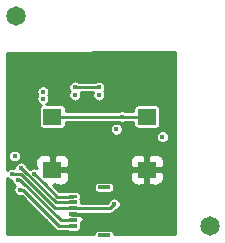
<source format=gbr>
G04 #@! TF.GenerationSoftware,KiCad,Pcbnew,(5.1.6)-1*
G04 #@! TF.CreationDate,2020-08-31T21:18:16+02:00*
G04 #@! TF.ProjectId,Freude_Microcontroller,46726575-6465-45f4-9d69-63726f636f6e,rev?*
G04 #@! TF.SameCoordinates,Original*
G04 #@! TF.FileFunction,Copper,L4,Bot*
G04 #@! TF.FilePolarity,Positive*
%FSLAX46Y46*%
G04 Gerber Fmt 4.6, Leading zero omitted, Abs format (unit mm)*
G04 Created by KiCad (PCBNEW (5.1.6)-1) date 2020-08-31 21:18:16*
%MOMM*%
%LPD*%
G01*
G04 APERTURE LIST*
G04 #@! TA.AperFunction,ComponentPad*
%ADD10C,1.650000*%
G04 #@! TD*
G04 #@! TA.AperFunction,SMDPad,CuDef*
%ADD11R,0.700000X0.300000*%
G04 #@! TD*
G04 #@! TA.AperFunction,SMDPad,CuDef*
%ADD12R,1.000000X0.300000*%
G04 #@! TD*
G04 #@! TA.AperFunction,SMDPad,CuDef*
%ADD13R,1.600000X1.400000*%
G04 #@! TD*
G04 #@! TA.AperFunction,ViaPad*
%ADD14C,0.450000*%
G04 #@! TD*
G04 #@! TA.AperFunction,Conductor*
%ADD15C,0.250000*%
G04 #@! TD*
G04 #@! TA.AperFunction,Conductor*
%ADD16C,0.254000*%
G04 #@! TD*
G04 APERTURE END LIST*
D10*
X193675000Y-69025000D03*
X210075000Y-86825000D03*
G04 #@! TA.AperFunction,SMDPad,CuDef*
G36*
G01*
X198175000Y-84200000D02*
X198725000Y-84200000D01*
G75*
G02*
X198800000Y-84275000I0J-75000D01*
G01*
X198800000Y-84425000D01*
G75*
G02*
X198725000Y-84500000I-75000J0D01*
G01*
X198175000Y-84500000D01*
G75*
G02*
X198100000Y-84425000I0J75000D01*
G01*
X198100000Y-84275000D01*
G75*
G02*
X198175000Y-84200000I75000J0D01*
G01*
G37*
G04 #@! TD.AperFunction*
D11*
X198450000Y-84850000D03*
X198450000Y-85350000D03*
X198450000Y-85850000D03*
D12*
X201100000Y-83560000D03*
X201100000Y-87640000D03*
D11*
X198450000Y-86350000D03*
X198450000Y-86850000D03*
D13*
X204725000Y-77575000D03*
X196725000Y-77575000D03*
X204725000Y-82075000D03*
X196725000Y-82075000D03*
D14*
X199600000Y-81950000D03*
X200175000Y-87350000D03*
X198100000Y-81950000D03*
X196050000Y-80025000D03*
X200800000Y-78200000D03*
X206925000Y-79400000D03*
X198655000Y-73520000D03*
X198070000Y-73515000D03*
X196220000Y-86400000D03*
X202895000Y-81105000D03*
X202150000Y-78650000D03*
X202650000Y-77575000D03*
X194075004Y-81925000D03*
X195200000Y-82425000D03*
X193831361Y-82944696D03*
X193975000Y-83775000D03*
X198630000Y-75070000D03*
X193525000Y-80925000D03*
X206050000Y-79275000D03*
X195930000Y-75465000D03*
X195930000Y-76065000D03*
X201975000Y-84975000D03*
X200675000Y-75075000D03*
X198625000Y-75750000D03*
X200675000Y-75750000D03*
X193325001Y-82449999D03*
D15*
X199800000Y-82025000D02*
X199750000Y-81975000D01*
X203200000Y-82075000D02*
X204725000Y-82075000D01*
X196725000Y-82075000D02*
X203200000Y-82075000D01*
X200175000Y-86975000D02*
X200175000Y-87350000D01*
X199050000Y-85850000D02*
X200175000Y-86975000D01*
X198450000Y-85850000D02*
X199050000Y-85850000D01*
X196220000Y-86400000D02*
X197180000Y-87360000D01*
X200165000Y-87360000D02*
X200175000Y-87350000D01*
X197180000Y-87360000D02*
X200165000Y-87360000D01*
X196725000Y-77575000D02*
X202650000Y-77575000D01*
X202650000Y-77575000D02*
X204725000Y-77575000D01*
X194275003Y-82125003D02*
X194275003Y-82124999D01*
X194275003Y-82124999D02*
X194075004Y-81925000D01*
X198450000Y-84850000D02*
X197000000Y-84850000D01*
X197000000Y-84850000D02*
X194275003Y-82125003D01*
X196100000Y-83325000D02*
X195200000Y-82425000D01*
X198450000Y-84350000D02*
X197125000Y-84350000D01*
X197125000Y-84350000D02*
X196100000Y-83325000D01*
X194014696Y-82944696D02*
X193831361Y-82944696D01*
X197420000Y-86350000D02*
X194014696Y-82944696D01*
X198450000Y-86350000D02*
X197420000Y-86350000D01*
X198450000Y-86850000D02*
X197300000Y-86850000D01*
X194225000Y-83775000D02*
X193975000Y-83775000D01*
X197300000Y-86850000D02*
X194225000Y-83775000D01*
X198450000Y-85350000D02*
X201600000Y-85350000D01*
X201600000Y-85350000D02*
X201975000Y-84975000D01*
X200670000Y-75070000D02*
X200675000Y-75075000D01*
X198630000Y-75070000D02*
X200670000Y-75070000D01*
X198450000Y-85350000D02*
X196975000Y-85350000D01*
X194074999Y-82449999D02*
X193325001Y-82449999D01*
X196975000Y-85350000D02*
X194074999Y-82449999D01*
D16*
G36*
X207073000Y-84905253D02*
G01*
X207071055Y-84925000D01*
X207078817Y-85003806D01*
X207101803Y-85079583D01*
X207114933Y-85104148D01*
X207122595Y-87498482D01*
X201928582Y-87518149D01*
X201928582Y-87490000D01*
X201922268Y-87425897D01*
X201903570Y-87364257D01*
X201873206Y-87307450D01*
X201832343Y-87257657D01*
X201782550Y-87216794D01*
X201725743Y-87186430D01*
X201664103Y-87167732D01*
X201600000Y-87161418D01*
X200600000Y-87161418D01*
X200535897Y-87167732D01*
X200474257Y-87186430D01*
X200417450Y-87216794D01*
X200367657Y-87257657D01*
X200326794Y-87307450D01*
X200296430Y-87364257D01*
X200277732Y-87425897D01*
X200271418Y-87490000D01*
X200271418Y-87524423D01*
X192877000Y-87552422D01*
X192877000Y-82773092D01*
X192896235Y-82801879D01*
X192973121Y-82878765D01*
X193063531Y-82939175D01*
X193163989Y-82980786D01*
X193270634Y-83001999D01*
X193279945Y-83001999D01*
X193300574Y-83105708D01*
X193342185Y-83206166D01*
X193402595Y-83296576D01*
X193479481Y-83373462D01*
X193549264Y-83420090D01*
X193546234Y-83423120D01*
X193485824Y-83513530D01*
X193444213Y-83613988D01*
X193423000Y-83720633D01*
X193423000Y-83829367D01*
X193444213Y-83936012D01*
X193485824Y-84036470D01*
X193546234Y-84126880D01*
X193623120Y-84203766D01*
X193713530Y-84264176D01*
X193813988Y-84305787D01*
X193920633Y-84327000D01*
X194029367Y-84327000D01*
X194119791Y-84309014D01*
X196964681Y-87153905D01*
X196978841Y-87171159D01*
X197047667Y-87227643D01*
X197103820Y-87257657D01*
X197126190Y-87269614D01*
X197211392Y-87295460D01*
X197300000Y-87304187D01*
X197322205Y-87302000D01*
X197971320Y-87302000D01*
X197974257Y-87303570D01*
X198035897Y-87322268D01*
X198100000Y-87328582D01*
X198800000Y-87328582D01*
X198864103Y-87322268D01*
X198925743Y-87303570D01*
X198982550Y-87273206D01*
X199032343Y-87232343D01*
X199073206Y-87182550D01*
X199103570Y-87125743D01*
X199122268Y-87064103D01*
X199128582Y-87000000D01*
X199128582Y-86700000D01*
X199122268Y-86635897D01*
X199111379Y-86600000D01*
X199122268Y-86564103D01*
X199123869Y-86547849D01*
X199141780Y-86538816D01*
X199240330Y-86461785D01*
X199321959Y-86367008D01*
X199383529Y-86258127D01*
X199422675Y-86139326D01*
X199435000Y-86031750D01*
X199276250Y-85873000D01*
X198816061Y-85873000D01*
X198800000Y-85871418D01*
X198303000Y-85871418D01*
X198303000Y-85828582D01*
X198800000Y-85828582D01*
X198816061Y-85827000D01*
X199276250Y-85827000D01*
X199301250Y-85802000D01*
X201577795Y-85802000D01*
X201600000Y-85804187D01*
X201622205Y-85802000D01*
X201688607Y-85795460D01*
X201773810Y-85769614D01*
X201852333Y-85727643D01*
X201921159Y-85671159D01*
X201935323Y-85653900D01*
X202070382Y-85518842D01*
X202136012Y-85505787D01*
X202236470Y-85464176D01*
X202326880Y-85403766D01*
X202403766Y-85326880D01*
X202464176Y-85236470D01*
X202505787Y-85136012D01*
X202527000Y-85029367D01*
X202527000Y-84920633D01*
X202505787Y-84813988D01*
X202464176Y-84713530D01*
X202403766Y-84623120D01*
X202326880Y-84546234D01*
X202236470Y-84485824D01*
X202136012Y-84444213D01*
X202029367Y-84423000D01*
X201920633Y-84423000D01*
X201813988Y-84444213D01*
X201713530Y-84485824D01*
X201623120Y-84546234D01*
X201546234Y-84623120D01*
X201485824Y-84713530D01*
X201444213Y-84813988D01*
X201431158Y-84879618D01*
X201412776Y-84898000D01*
X199128582Y-84898000D01*
X199128582Y-84700000D01*
X199122268Y-84635897D01*
X199103570Y-84574257D01*
X199100932Y-84569321D01*
X199120827Y-84503735D01*
X199128582Y-84425000D01*
X199128582Y-84275000D01*
X199120827Y-84196265D01*
X199097861Y-84120556D01*
X199060566Y-84050782D01*
X199010376Y-83989624D01*
X198949218Y-83939434D01*
X198879444Y-83902139D01*
X198803735Y-83879173D01*
X198725000Y-83871418D01*
X198175000Y-83871418D01*
X198096265Y-83879173D01*
X198034200Y-83898000D01*
X197312224Y-83898000D01*
X196824223Y-83410000D01*
X196852002Y-83410000D01*
X196852002Y-83251252D01*
X197010750Y-83410000D01*
X197525000Y-83413072D01*
X197556191Y-83410000D01*
X200271418Y-83410000D01*
X200271418Y-83710000D01*
X200277732Y-83774103D01*
X200296430Y-83835743D01*
X200326794Y-83892550D01*
X200367657Y-83942343D01*
X200417450Y-83983206D01*
X200474257Y-84013570D01*
X200535897Y-84032268D01*
X200600000Y-84038582D01*
X201600000Y-84038582D01*
X201664103Y-84032268D01*
X201725743Y-84013570D01*
X201782550Y-83983206D01*
X201832343Y-83942343D01*
X201873206Y-83892550D01*
X201903570Y-83835743D01*
X201922268Y-83774103D01*
X201928582Y-83710000D01*
X201928582Y-83410000D01*
X201922268Y-83345897D01*
X201903570Y-83284257D01*
X201873206Y-83227450D01*
X201832343Y-83177657D01*
X201782550Y-83136794D01*
X201725743Y-83106430D01*
X201664103Y-83087732D01*
X201600000Y-83081418D01*
X200600000Y-83081418D01*
X200535897Y-83087732D01*
X200474257Y-83106430D01*
X200417450Y-83136794D01*
X200367657Y-83177657D01*
X200326794Y-83227450D01*
X200296430Y-83284257D01*
X200277732Y-83345897D01*
X200271418Y-83410000D01*
X197556191Y-83410000D01*
X197649482Y-83400812D01*
X197769180Y-83364502D01*
X197879494Y-83305537D01*
X197976185Y-83226185D01*
X198055537Y-83129494D01*
X198114502Y-83019180D01*
X198150812Y-82899482D01*
X198163072Y-82775000D01*
X203286928Y-82775000D01*
X203299188Y-82899482D01*
X203335498Y-83019180D01*
X203394463Y-83129494D01*
X203473815Y-83226185D01*
X203570506Y-83305537D01*
X203680820Y-83364502D01*
X203800518Y-83400812D01*
X203925000Y-83413072D01*
X204439250Y-83410000D01*
X204598000Y-83251250D01*
X204598000Y-82202000D01*
X204852000Y-82202000D01*
X204852000Y-83251250D01*
X205010750Y-83410000D01*
X205525000Y-83413072D01*
X205649482Y-83400812D01*
X205769180Y-83364502D01*
X205879494Y-83305537D01*
X205976185Y-83226185D01*
X206055537Y-83129494D01*
X206114502Y-83019180D01*
X206150812Y-82899482D01*
X206163072Y-82775000D01*
X206160000Y-82360750D01*
X206001250Y-82202000D01*
X204852000Y-82202000D01*
X204598000Y-82202000D01*
X203448750Y-82202000D01*
X203290000Y-82360750D01*
X203286928Y-82775000D01*
X198163072Y-82775000D01*
X198160000Y-82360750D01*
X198001250Y-82202000D01*
X196852000Y-82202000D01*
X196852000Y-82222000D01*
X196598000Y-82222000D01*
X196598000Y-82202000D01*
X196578000Y-82202000D01*
X196578000Y-81948000D01*
X196598000Y-81948000D01*
X196598000Y-80898750D01*
X196852000Y-80898750D01*
X196852000Y-81948000D01*
X198001250Y-81948000D01*
X198160000Y-81789250D01*
X198163072Y-81375000D01*
X203286928Y-81375000D01*
X203290000Y-81789250D01*
X203448750Y-81948000D01*
X204598000Y-81948000D01*
X204598000Y-80898750D01*
X204852000Y-80898750D01*
X204852000Y-81948000D01*
X206001250Y-81948000D01*
X206160000Y-81789250D01*
X206163072Y-81375000D01*
X206150812Y-81250518D01*
X206114502Y-81130820D01*
X206055537Y-81020506D01*
X205976185Y-80923815D01*
X205879494Y-80844463D01*
X205769180Y-80785498D01*
X205649482Y-80749188D01*
X205525000Y-80736928D01*
X205010750Y-80740000D01*
X204852000Y-80898750D01*
X204598000Y-80898750D01*
X204439250Y-80740000D01*
X203925000Y-80736928D01*
X203800518Y-80749188D01*
X203680820Y-80785498D01*
X203570506Y-80844463D01*
X203473815Y-80923815D01*
X203394463Y-81020506D01*
X203335498Y-81130820D01*
X203299188Y-81250518D01*
X203286928Y-81375000D01*
X198163072Y-81375000D01*
X198150812Y-81250518D01*
X198114502Y-81130820D01*
X198055537Y-81020506D01*
X197976185Y-80923815D01*
X197879494Y-80844463D01*
X197769180Y-80785498D01*
X197649482Y-80749188D01*
X197525000Y-80736928D01*
X197010750Y-80740000D01*
X196852000Y-80898750D01*
X196598000Y-80898750D01*
X196439250Y-80740000D01*
X195925000Y-80736928D01*
X195800518Y-80749188D01*
X195680820Y-80785498D01*
X195570506Y-80844463D01*
X195473815Y-80923815D01*
X195394463Y-81020506D01*
X195335498Y-81130820D01*
X195299188Y-81250518D01*
X195286928Y-81375000D01*
X195290000Y-81789250D01*
X195418970Y-81918220D01*
X195361012Y-81894213D01*
X195254367Y-81873000D01*
X195145633Y-81873000D01*
X195038988Y-81894213D01*
X194938530Y-81935824D01*
X194848120Y-81996234D01*
X194816789Y-82027565D01*
X194618847Y-81829624D01*
X194605791Y-81763988D01*
X194564180Y-81663530D01*
X194503770Y-81573120D01*
X194426884Y-81496234D01*
X194336474Y-81435824D01*
X194236016Y-81394213D01*
X194129371Y-81373000D01*
X194020637Y-81373000D01*
X193913992Y-81394213D01*
X193813534Y-81435824D01*
X193723124Y-81496234D01*
X193646238Y-81573120D01*
X193585828Y-81663530D01*
X193544217Y-81763988D01*
X193523004Y-81870633D01*
X193523004Y-81934534D01*
X193486013Y-81919212D01*
X193379368Y-81897999D01*
X193270634Y-81897999D01*
X193163989Y-81919212D01*
X193063531Y-81960823D01*
X192973121Y-82021233D01*
X192896235Y-82098119D01*
X192877000Y-82126906D01*
X192877000Y-80870633D01*
X192973000Y-80870633D01*
X192973000Y-80979367D01*
X192994213Y-81086012D01*
X193035824Y-81186470D01*
X193096234Y-81276880D01*
X193173120Y-81353766D01*
X193263530Y-81414176D01*
X193363988Y-81455787D01*
X193470633Y-81477000D01*
X193579367Y-81477000D01*
X193686012Y-81455787D01*
X193786470Y-81414176D01*
X193876880Y-81353766D01*
X193953766Y-81276880D01*
X194014176Y-81186470D01*
X194055787Y-81086012D01*
X194077000Y-80979367D01*
X194077000Y-80870633D01*
X194055787Y-80763988D01*
X194014176Y-80663530D01*
X193953766Y-80573120D01*
X193876880Y-80496234D01*
X193786470Y-80435824D01*
X193686012Y-80394213D01*
X193579367Y-80373000D01*
X193470633Y-80373000D01*
X193363988Y-80394213D01*
X193263530Y-80435824D01*
X193173120Y-80496234D01*
X193096234Y-80573120D01*
X193035824Y-80663530D01*
X192994213Y-80763988D01*
X192973000Y-80870633D01*
X192877000Y-80870633D01*
X192877000Y-79220633D01*
X205498000Y-79220633D01*
X205498000Y-79329367D01*
X205519213Y-79436012D01*
X205560824Y-79536470D01*
X205621234Y-79626880D01*
X205698120Y-79703766D01*
X205788530Y-79764176D01*
X205888988Y-79805787D01*
X205995633Y-79827000D01*
X206104367Y-79827000D01*
X206211012Y-79805787D01*
X206311470Y-79764176D01*
X206401880Y-79703766D01*
X206478766Y-79626880D01*
X206539176Y-79536470D01*
X206580787Y-79436012D01*
X206602000Y-79329367D01*
X206602000Y-79220633D01*
X206580787Y-79113988D01*
X206539176Y-79013530D01*
X206478766Y-78923120D01*
X206401880Y-78846234D01*
X206311470Y-78785824D01*
X206211012Y-78744213D01*
X206104367Y-78723000D01*
X205995633Y-78723000D01*
X205888988Y-78744213D01*
X205788530Y-78785824D01*
X205698120Y-78846234D01*
X205621234Y-78923120D01*
X205560824Y-79013530D01*
X205519213Y-79113988D01*
X205498000Y-79220633D01*
X192877000Y-79220633D01*
X192877000Y-75410633D01*
X195378000Y-75410633D01*
X195378000Y-75519367D01*
X195399213Y-75626012D01*
X195440824Y-75726470D01*
X195466569Y-75765000D01*
X195440824Y-75803530D01*
X195399213Y-75903988D01*
X195378000Y-76010633D01*
X195378000Y-76119367D01*
X195399213Y-76226012D01*
X195440824Y-76326470D01*
X195501234Y-76416880D01*
X195578120Y-76493766D01*
X195668530Y-76554176D01*
X195760368Y-76592217D01*
X195742450Y-76601794D01*
X195692657Y-76642657D01*
X195651794Y-76692450D01*
X195621430Y-76749257D01*
X195602732Y-76810897D01*
X195596418Y-76875000D01*
X195596418Y-78275000D01*
X195602732Y-78339103D01*
X195621430Y-78400743D01*
X195651794Y-78457550D01*
X195692657Y-78507343D01*
X195742450Y-78548206D01*
X195799257Y-78578570D01*
X195860897Y-78597268D01*
X195925000Y-78603582D01*
X197525000Y-78603582D01*
X197589103Y-78597268D01*
X197594492Y-78595633D01*
X201598000Y-78595633D01*
X201598000Y-78704367D01*
X201619213Y-78811012D01*
X201660824Y-78911470D01*
X201721234Y-79001880D01*
X201798120Y-79078766D01*
X201888530Y-79139176D01*
X201988988Y-79180787D01*
X202095633Y-79202000D01*
X202204367Y-79202000D01*
X202311012Y-79180787D01*
X202411470Y-79139176D01*
X202501880Y-79078766D01*
X202578766Y-79001880D01*
X202639176Y-78911470D01*
X202680787Y-78811012D01*
X202702000Y-78704367D01*
X202702000Y-78595633D01*
X202680787Y-78488988D01*
X202639176Y-78388530D01*
X202578766Y-78298120D01*
X202501880Y-78221234D01*
X202411470Y-78160824D01*
X202311012Y-78119213D01*
X202204367Y-78098000D01*
X202095633Y-78098000D01*
X201988988Y-78119213D01*
X201888530Y-78160824D01*
X201798120Y-78221234D01*
X201721234Y-78298120D01*
X201660824Y-78388530D01*
X201619213Y-78488988D01*
X201598000Y-78595633D01*
X197594492Y-78595633D01*
X197650743Y-78578570D01*
X197707550Y-78548206D01*
X197757343Y-78507343D01*
X197798206Y-78457550D01*
X197828570Y-78400743D01*
X197847268Y-78339103D01*
X197853582Y-78275000D01*
X197853582Y-78027000D01*
X202332892Y-78027000D01*
X202388530Y-78064176D01*
X202488988Y-78105787D01*
X202595633Y-78127000D01*
X202704367Y-78127000D01*
X202811012Y-78105787D01*
X202911470Y-78064176D01*
X202967108Y-78027000D01*
X203596418Y-78027000D01*
X203596418Y-78275000D01*
X203602732Y-78339103D01*
X203621430Y-78400743D01*
X203651794Y-78457550D01*
X203692657Y-78507343D01*
X203742450Y-78548206D01*
X203799257Y-78578570D01*
X203860897Y-78597268D01*
X203925000Y-78603582D01*
X205525000Y-78603582D01*
X205589103Y-78597268D01*
X205650743Y-78578570D01*
X205707550Y-78548206D01*
X205757343Y-78507343D01*
X205798206Y-78457550D01*
X205828570Y-78400743D01*
X205847268Y-78339103D01*
X205853582Y-78275000D01*
X205853582Y-76875000D01*
X205847268Y-76810897D01*
X205828570Y-76749257D01*
X205798206Y-76692450D01*
X205757343Y-76642657D01*
X205707550Y-76601794D01*
X205650743Y-76571430D01*
X205589103Y-76552732D01*
X205525000Y-76546418D01*
X203925000Y-76546418D01*
X203860897Y-76552732D01*
X203799257Y-76571430D01*
X203742450Y-76601794D01*
X203692657Y-76642657D01*
X203651794Y-76692450D01*
X203621430Y-76749257D01*
X203602732Y-76810897D01*
X203596418Y-76875000D01*
X203596418Y-77123000D01*
X202967108Y-77123000D01*
X202911470Y-77085824D01*
X202811012Y-77044213D01*
X202704367Y-77023000D01*
X202595633Y-77023000D01*
X202488988Y-77044213D01*
X202388530Y-77085824D01*
X202332892Y-77123000D01*
X197853582Y-77123000D01*
X197853582Y-76875000D01*
X197847268Y-76810897D01*
X197828570Y-76749257D01*
X197798206Y-76692450D01*
X197757343Y-76642657D01*
X197707550Y-76601794D01*
X197650743Y-76571430D01*
X197589103Y-76552732D01*
X197525000Y-76546418D01*
X196203081Y-76546418D01*
X196281880Y-76493766D01*
X196358766Y-76416880D01*
X196419176Y-76326470D01*
X196460787Y-76226012D01*
X196482000Y-76119367D01*
X196482000Y-76010633D01*
X196460787Y-75903988D01*
X196419176Y-75803530D01*
X196393431Y-75765000D01*
X196419176Y-75726470D01*
X196431949Y-75695633D01*
X198073000Y-75695633D01*
X198073000Y-75804367D01*
X198094213Y-75911012D01*
X198135824Y-76011470D01*
X198196234Y-76101880D01*
X198273120Y-76178766D01*
X198363530Y-76239176D01*
X198463988Y-76280787D01*
X198570633Y-76302000D01*
X198679367Y-76302000D01*
X198786012Y-76280787D01*
X198886470Y-76239176D01*
X198976880Y-76178766D01*
X199053766Y-76101880D01*
X199114176Y-76011470D01*
X199155787Y-75911012D01*
X199177000Y-75804367D01*
X199177000Y-75695633D01*
X199155787Y-75588988D01*
X199128040Y-75522000D01*
X200171960Y-75522000D01*
X200144213Y-75588988D01*
X200123000Y-75695633D01*
X200123000Y-75804367D01*
X200144213Y-75911012D01*
X200185824Y-76011470D01*
X200246234Y-76101880D01*
X200323120Y-76178766D01*
X200413530Y-76239176D01*
X200513988Y-76280787D01*
X200620633Y-76302000D01*
X200729367Y-76302000D01*
X200836012Y-76280787D01*
X200936470Y-76239176D01*
X201026880Y-76178766D01*
X201103766Y-76101880D01*
X201164176Y-76011470D01*
X201205787Y-75911012D01*
X201227000Y-75804367D01*
X201227000Y-75695633D01*
X201205787Y-75588988D01*
X201164176Y-75488530D01*
X201113374Y-75412500D01*
X201164176Y-75336470D01*
X201205787Y-75236012D01*
X201227000Y-75129367D01*
X201227000Y-75020633D01*
X201205787Y-74913988D01*
X201164176Y-74813530D01*
X201103766Y-74723120D01*
X201026880Y-74646234D01*
X200936470Y-74585824D01*
X200836012Y-74544213D01*
X200729367Y-74523000D01*
X200620633Y-74523000D01*
X200513988Y-74544213D01*
X200413530Y-74585824D01*
X200365375Y-74618000D01*
X198947108Y-74618000D01*
X198891470Y-74580824D01*
X198791012Y-74539213D01*
X198684367Y-74518000D01*
X198575633Y-74518000D01*
X198468988Y-74539213D01*
X198368530Y-74580824D01*
X198278120Y-74641234D01*
X198201234Y-74718120D01*
X198140824Y-74808530D01*
X198099213Y-74908988D01*
X198078000Y-75015633D01*
X198078000Y-75124367D01*
X198099213Y-75231012D01*
X198140824Y-75331470D01*
X198190796Y-75406258D01*
X198135824Y-75488530D01*
X198094213Y-75588988D01*
X198073000Y-75695633D01*
X196431949Y-75695633D01*
X196460787Y-75626012D01*
X196482000Y-75519367D01*
X196482000Y-75410633D01*
X196460787Y-75303988D01*
X196419176Y-75203530D01*
X196358766Y-75113120D01*
X196281880Y-75036234D01*
X196191470Y-74975824D01*
X196091012Y-74934213D01*
X195984367Y-74913000D01*
X195875633Y-74913000D01*
X195768988Y-74934213D01*
X195668530Y-74975824D01*
X195578120Y-75036234D01*
X195501234Y-75113120D01*
X195440824Y-75203530D01*
X195399213Y-75303988D01*
X195378000Y-75410633D01*
X192877000Y-75410633D01*
X192877000Y-72151695D01*
X207073001Y-72127220D01*
X207073000Y-84905253D01*
G37*
X207073000Y-84905253D02*
X207071055Y-84925000D01*
X207078817Y-85003806D01*
X207101803Y-85079583D01*
X207114933Y-85104148D01*
X207122595Y-87498482D01*
X201928582Y-87518149D01*
X201928582Y-87490000D01*
X201922268Y-87425897D01*
X201903570Y-87364257D01*
X201873206Y-87307450D01*
X201832343Y-87257657D01*
X201782550Y-87216794D01*
X201725743Y-87186430D01*
X201664103Y-87167732D01*
X201600000Y-87161418D01*
X200600000Y-87161418D01*
X200535897Y-87167732D01*
X200474257Y-87186430D01*
X200417450Y-87216794D01*
X200367657Y-87257657D01*
X200326794Y-87307450D01*
X200296430Y-87364257D01*
X200277732Y-87425897D01*
X200271418Y-87490000D01*
X200271418Y-87524423D01*
X192877000Y-87552422D01*
X192877000Y-82773092D01*
X192896235Y-82801879D01*
X192973121Y-82878765D01*
X193063531Y-82939175D01*
X193163989Y-82980786D01*
X193270634Y-83001999D01*
X193279945Y-83001999D01*
X193300574Y-83105708D01*
X193342185Y-83206166D01*
X193402595Y-83296576D01*
X193479481Y-83373462D01*
X193549264Y-83420090D01*
X193546234Y-83423120D01*
X193485824Y-83513530D01*
X193444213Y-83613988D01*
X193423000Y-83720633D01*
X193423000Y-83829367D01*
X193444213Y-83936012D01*
X193485824Y-84036470D01*
X193546234Y-84126880D01*
X193623120Y-84203766D01*
X193713530Y-84264176D01*
X193813988Y-84305787D01*
X193920633Y-84327000D01*
X194029367Y-84327000D01*
X194119791Y-84309014D01*
X196964681Y-87153905D01*
X196978841Y-87171159D01*
X197047667Y-87227643D01*
X197103820Y-87257657D01*
X197126190Y-87269614D01*
X197211392Y-87295460D01*
X197300000Y-87304187D01*
X197322205Y-87302000D01*
X197971320Y-87302000D01*
X197974257Y-87303570D01*
X198035897Y-87322268D01*
X198100000Y-87328582D01*
X198800000Y-87328582D01*
X198864103Y-87322268D01*
X198925743Y-87303570D01*
X198982550Y-87273206D01*
X199032343Y-87232343D01*
X199073206Y-87182550D01*
X199103570Y-87125743D01*
X199122268Y-87064103D01*
X199128582Y-87000000D01*
X199128582Y-86700000D01*
X199122268Y-86635897D01*
X199111379Y-86600000D01*
X199122268Y-86564103D01*
X199123869Y-86547849D01*
X199141780Y-86538816D01*
X199240330Y-86461785D01*
X199321959Y-86367008D01*
X199383529Y-86258127D01*
X199422675Y-86139326D01*
X199435000Y-86031750D01*
X199276250Y-85873000D01*
X198816061Y-85873000D01*
X198800000Y-85871418D01*
X198303000Y-85871418D01*
X198303000Y-85828582D01*
X198800000Y-85828582D01*
X198816061Y-85827000D01*
X199276250Y-85827000D01*
X199301250Y-85802000D01*
X201577795Y-85802000D01*
X201600000Y-85804187D01*
X201622205Y-85802000D01*
X201688607Y-85795460D01*
X201773810Y-85769614D01*
X201852333Y-85727643D01*
X201921159Y-85671159D01*
X201935323Y-85653900D01*
X202070382Y-85518842D01*
X202136012Y-85505787D01*
X202236470Y-85464176D01*
X202326880Y-85403766D01*
X202403766Y-85326880D01*
X202464176Y-85236470D01*
X202505787Y-85136012D01*
X202527000Y-85029367D01*
X202527000Y-84920633D01*
X202505787Y-84813988D01*
X202464176Y-84713530D01*
X202403766Y-84623120D01*
X202326880Y-84546234D01*
X202236470Y-84485824D01*
X202136012Y-84444213D01*
X202029367Y-84423000D01*
X201920633Y-84423000D01*
X201813988Y-84444213D01*
X201713530Y-84485824D01*
X201623120Y-84546234D01*
X201546234Y-84623120D01*
X201485824Y-84713530D01*
X201444213Y-84813988D01*
X201431158Y-84879618D01*
X201412776Y-84898000D01*
X199128582Y-84898000D01*
X199128582Y-84700000D01*
X199122268Y-84635897D01*
X199103570Y-84574257D01*
X199100932Y-84569321D01*
X199120827Y-84503735D01*
X199128582Y-84425000D01*
X199128582Y-84275000D01*
X199120827Y-84196265D01*
X199097861Y-84120556D01*
X199060566Y-84050782D01*
X199010376Y-83989624D01*
X198949218Y-83939434D01*
X198879444Y-83902139D01*
X198803735Y-83879173D01*
X198725000Y-83871418D01*
X198175000Y-83871418D01*
X198096265Y-83879173D01*
X198034200Y-83898000D01*
X197312224Y-83898000D01*
X196824223Y-83410000D01*
X196852002Y-83410000D01*
X196852002Y-83251252D01*
X197010750Y-83410000D01*
X197525000Y-83413072D01*
X197556191Y-83410000D01*
X200271418Y-83410000D01*
X200271418Y-83710000D01*
X200277732Y-83774103D01*
X200296430Y-83835743D01*
X200326794Y-83892550D01*
X200367657Y-83942343D01*
X200417450Y-83983206D01*
X200474257Y-84013570D01*
X200535897Y-84032268D01*
X200600000Y-84038582D01*
X201600000Y-84038582D01*
X201664103Y-84032268D01*
X201725743Y-84013570D01*
X201782550Y-83983206D01*
X201832343Y-83942343D01*
X201873206Y-83892550D01*
X201903570Y-83835743D01*
X201922268Y-83774103D01*
X201928582Y-83710000D01*
X201928582Y-83410000D01*
X201922268Y-83345897D01*
X201903570Y-83284257D01*
X201873206Y-83227450D01*
X201832343Y-83177657D01*
X201782550Y-83136794D01*
X201725743Y-83106430D01*
X201664103Y-83087732D01*
X201600000Y-83081418D01*
X200600000Y-83081418D01*
X200535897Y-83087732D01*
X200474257Y-83106430D01*
X200417450Y-83136794D01*
X200367657Y-83177657D01*
X200326794Y-83227450D01*
X200296430Y-83284257D01*
X200277732Y-83345897D01*
X200271418Y-83410000D01*
X197556191Y-83410000D01*
X197649482Y-83400812D01*
X197769180Y-83364502D01*
X197879494Y-83305537D01*
X197976185Y-83226185D01*
X198055537Y-83129494D01*
X198114502Y-83019180D01*
X198150812Y-82899482D01*
X198163072Y-82775000D01*
X203286928Y-82775000D01*
X203299188Y-82899482D01*
X203335498Y-83019180D01*
X203394463Y-83129494D01*
X203473815Y-83226185D01*
X203570506Y-83305537D01*
X203680820Y-83364502D01*
X203800518Y-83400812D01*
X203925000Y-83413072D01*
X204439250Y-83410000D01*
X204598000Y-83251250D01*
X204598000Y-82202000D01*
X204852000Y-82202000D01*
X204852000Y-83251250D01*
X205010750Y-83410000D01*
X205525000Y-83413072D01*
X205649482Y-83400812D01*
X205769180Y-83364502D01*
X205879494Y-83305537D01*
X205976185Y-83226185D01*
X206055537Y-83129494D01*
X206114502Y-83019180D01*
X206150812Y-82899482D01*
X206163072Y-82775000D01*
X206160000Y-82360750D01*
X206001250Y-82202000D01*
X204852000Y-82202000D01*
X204598000Y-82202000D01*
X203448750Y-82202000D01*
X203290000Y-82360750D01*
X203286928Y-82775000D01*
X198163072Y-82775000D01*
X198160000Y-82360750D01*
X198001250Y-82202000D01*
X196852000Y-82202000D01*
X196852000Y-82222000D01*
X196598000Y-82222000D01*
X196598000Y-82202000D01*
X196578000Y-82202000D01*
X196578000Y-81948000D01*
X196598000Y-81948000D01*
X196598000Y-80898750D01*
X196852000Y-80898750D01*
X196852000Y-81948000D01*
X198001250Y-81948000D01*
X198160000Y-81789250D01*
X198163072Y-81375000D01*
X203286928Y-81375000D01*
X203290000Y-81789250D01*
X203448750Y-81948000D01*
X204598000Y-81948000D01*
X204598000Y-80898750D01*
X204852000Y-80898750D01*
X204852000Y-81948000D01*
X206001250Y-81948000D01*
X206160000Y-81789250D01*
X206163072Y-81375000D01*
X206150812Y-81250518D01*
X206114502Y-81130820D01*
X206055537Y-81020506D01*
X205976185Y-80923815D01*
X205879494Y-80844463D01*
X205769180Y-80785498D01*
X205649482Y-80749188D01*
X205525000Y-80736928D01*
X205010750Y-80740000D01*
X204852000Y-80898750D01*
X204598000Y-80898750D01*
X204439250Y-80740000D01*
X203925000Y-80736928D01*
X203800518Y-80749188D01*
X203680820Y-80785498D01*
X203570506Y-80844463D01*
X203473815Y-80923815D01*
X203394463Y-81020506D01*
X203335498Y-81130820D01*
X203299188Y-81250518D01*
X203286928Y-81375000D01*
X198163072Y-81375000D01*
X198150812Y-81250518D01*
X198114502Y-81130820D01*
X198055537Y-81020506D01*
X197976185Y-80923815D01*
X197879494Y-80844463D01*
X197769180Y-80785498D01*
X197649482Y-80749188D01*
X197525000Y-80736928D01*
X197010750Y-80740000D01*
X196852000Y-80898750D01*
X196598000Y-80898750D01*
X196439250Y-80740000D01*
X195925000Y-80736928D01*
X195800518Y-80749188D01*
X195680820Y-80785498D01*
X195570506Y-80844463D01*
X195473815Y-80923815D01*
X195394463Y-81020506D01*
X195335498Y-81130820D01*
X195299188Y-81250518D01*
X195286928Y-81375000D01*
X195290000Y-81789250D01*
X195418970Y-81918220D01*
X195361012Y-81894213D01*
X195254367Y-81873000D01*
X195145633Y-81873000D01*
X195038988Y-81894213D01*
X194938530Y-81935824D01*
X194848120Y-81996234D01*
X194816789Y-82027565D01*
X194618847Y-81829624D01*
X194605791Y-81763988D01*
X194564180Y-81663530D01*
X194503770Y-81573120D01*
X194426884Y-81496234D01*
X194336474Y-81435824D01*
X194236016Y-81394213D01*
X194129371Y-81373000D01*
X194020637Y-81373000D01*
X193913992Y-81394213D01*
X193813534Y-81435824D01*
X193723124Y-81496234D01*
X193646238Y-81573120D01*
X193585828Y-81663530D01*
X193544217Y-81763988D01*
X193523004Y-81870633D01*
X193523004Y-81934534D01*
X193486013Y-81919212D01*
X193379368Y-81897999D01*
X193270634Y-81897999D01*
X193163989Y-81919212D01*
X193063531Y-81960823D01*
X192973121Y-82021233D01*
X192896235Y-82098119D01*
X192877000Y-82126906D01*
X192877000Y-80870633D01*
X192973000Y-80870633D01*
X192973000Y-80979367D01*
X192994213Y-81086012D01*
X193035824Y-81186470D01*
X193096234Y-81276880D01*
X193173120Y-81353766D01*
X193263530Y-81414176D01*
X193363988Y-81455787D01*
X193470633Y-81477000D01*
X193579367Y-81477000D01*
X193686012Y-81455787D01*
X193786470Y-81414176D01*
X193876880Y-81353766D01*
X193953766Y-81276880D01*
X194014176Y-81186470D01*
X194055787Y-81086012D01*
X194077000Y-80979367D01*
X194077000Y-80870633D01*
X194055787Y-80763988D01*
X194014176Y-80663530D01*
X193953766Y-80573120D01*
X193876880Y-80496234D01*
X193786470Y-80435824D01*
X193686012Y-80394213D01*
X193579367Y-80373000D01*
X193470633Y-80373000D01*
X193363988Y-80394213D01*
X193263530Y-80435824D01*
X193173120Y-80496234D01*
X193096234Y-80573120D01*
X193035824Y-80663530D01*
X192994213Y-80763988D01*
X192973000Y-80870633D01*
X192877000Y-80870633D01*
X192877000Y-79220633D01*
X205498000Y-79220633D01*
X205498000Y-79329367D01*
X205519213Y-79436012D01*
X205560824Y-79536470D01*
X205621234Y-79626880D01*
X205698120Y-79703766D01*
X205788530Y-79764176D01*
X205888988Y-79805787D01*
X205995633Y-79827000D01*
X206104367Y-79827000D01*
X206211012Y-79805787D01*
X206311470Y-79764176D01*
X206401880Y-79703766D01*
X206478766Y-79626880D01*
X206539176Y-79536470D01*
X206580787Y-79436012D01*
X206602000Y-79329367D01*
X206602000Y-79220633D01*
X206580787Y-79113988D01*
X206539176Y-79013530D01*
X206478766Y-78923120D01*
X206401880Y-78846234D01*
X206311470Y-78785824D01*
X206211012Y-78744213D01*
X206104367Y-78723000D01*
X205995633Y-78723000D01*
X205888988Y-78744213D01*
X205788530Y-78785824D01*
X205698120Y-78846234D01*
X205621234Y-78923120D01*
X205560824Y-79013530D01*
X205519213Y-79113988D01*
X205498000Y-79220633D01*
X192877000Y-79220633D01*
X192877000Y-75410633D01*
X195378000Y-75410633D01*
X195378000Y-75519367D01*
X195399213Y-75626012D01*
X195440824Y-75726470D01*
X195466569Y-75765000D01*
X195440824Y-75803530D01*
X195399213Y-75903988D01*
X195378000Y-76010633D01*
X195378000Y-76119367D01*
X195399213Y-76226012D01*
X195440824Y-76326470D01*
X195501234Y-76416880D01*
X195578120Y-76493766D01*
X195668530Y-76554176D01*
X195760368Y-76592217D01*
X195742450Y-76601794D01*
X195692657Y-76642657D01*
X195651794Y-76692450D01*
X195621430Y-76749257D01*
X195602732Y-76810897D01*
X195596418Y-76875000D01*
X195596418Y-78275000D01*
X195602732Y-78339103D01*
X195621430Y-78400743D01*
X195651794Y-78457550D01*
X195692657Y-78507343D01*
X195742450Y-78548206D01*
X195799257Y-78578570D01*
X195860897Y-78597268D01*
X195925000Y-78603582D01*
X197525000Y-78603582D01*
X197589103Y-78597268D01*
X197594492Y-78595633D01*
X201598000Y-78595633D01*
X201598000Y-78704367D01*
X201619213Y-78811012D01*
X201660824Y-78911470D01*
X201721234Y-79001880D01*
X201798120Y-79078766D01*
X201888530Y-79139176D01*
X201988988Y-79180787D01*
X202095633Y-79202000D01*
X202204367Y-79202000D01*
X202311012Y-79180787D01*
X202411470Y-79139176D01*
X202501880Y-79078766D01*
X202578766Y-79001880D01*
X202639176Y-78911470D01*
X202680787Y-78811012D01*
X202702000Y-78704367D01*
X202702000Y-78595633D01*
X202680787Y-78488988D01*
X202639176Y-78388530D01*
X202578766Y-78298120D01*
X202501880Y-78221234D01*
X202411470Y-78160824D01*
X202311012Y-78119213D01*
X202204367Y-78098000D01*
X202095633Y-78098000D01*
X201988988Y-78119213D01*
X201888530Y-78160824D01*
X201798120Y-78221234D01*
X201721234Y-78298120D01*
X201660824Y-78388530D01*
X201619213Y-78488988D01*
X201598000Y-78595633D01*
X197594492Y-78595633D01*
X197650743Y-78578570D01*
X197707550Y-78548206D01*
X197757343Y-78507343D01*
X197798206Y-78457550D01*
X197828570Y-78400743D01*
X197847268Y-78339103D01*
X197853582Y-78275000D01*
X197853582Y-78027000D01*
X202332892Y-78027000D01*
X202388530Y-78064176D01*
X202488988Y-78105787D01*
X202595633Y-78127000D01*
X202704367Y-78127000D01*
X202811012Y-78105787D01*
X202911470Y-78064176D01*
X202967108Y-78027000D01*
X203596418Y-78027000D01*
X203596418Y-78275000D01*
X203602732Y-78339103D01*
X203621430Y-78400743D01*
X203651794Y-78457550D01*
X203692657Y-78507343D01*
X203742450Y-78548206D01*
X203799257Y-78578570D01*
X203860897Y-78597268D01*
X203925000Y-78603582D01*
X205525000Y-78603582D01*
X205589103Y-78597268D01*
X205650743Y-78578570D01*
X205707550Y-78548206D01*
X205757343Y-78507343D01*
X205798206Y-78457550D01*
X205828570Y-78400743D01*
X205847268Y-78339103D01*
X205853582Y-78275000D01*
X205853582Y-76875000D01*
X205847268Y-76810897D01*
X205828570Y-76749257D01*
X205798206Y-76692450D01*
X205757343Y-76642657D01*
X205707550Y-76601794D01*
X205650743Y-76571430D01*
X205589103Y-76552732D01*
X205525000Y-76546418D01*
X203925000Y-76546418D01*
X203860897Y-76552732D01*
X203799257Y-76571430D01*
X203742450Y-76601794D01*
X203692657Y-76642657D01*
X203651794Y-76692450D01*
X203621430Y-76749257D01*
X203602732Y-76810897D01*
X203596418Y-76875000D01*
X203596418Y-77123000D01*
X202967108Y-77123000D01*
X202911470Y-77085824D01*
X202811012Y-77044213D01*
X202704367Y-77023000D01*
X202595633Y-77023000D01*
X202488988Y-77044213D01*
X202388530Y-77085824D01*
X202332892Y-77123000D01*
X197853582Y-77123000D01*
X197853582Y-76875000D01*
X197847268Y-76810897D01*
X197828570Y-76749257D01*
X197798206Y-76692450D01*
X197757343Y-76642657D01*
X197707550Y-76601794D01*
X197650743Y-76571430D01*
X197589103Y-76552732D01*
X197525000Y-76546418D01*
X196203081Y-76546418D01*
X196281880Y-76493766D01*
X196358766Y-76416880D01*
X196419176Y-76326470D01*
X196460787Y-76226012D01*
X196482000Y-76119367D01*
X196482000Y-76010633D01*
X196460787Y-75903988D01*
X196419176Y-75803530D01*
X196393431Y-75765000D01*
X196419176Y-75726470D01*
X196431949Y-75695633D01*
X198073000Y-75695633D01*
X198073000Y-75804367D01*
X198094213Y-75911012D01*
X198135824Y-76011470D01*
X198196234Y-76101880D01*
X198273120Y-76178766D01*
X198363530Y-76239176D01*
X198463988Y-76280787D01*
X198570633Y-76302000D01*
X198679367Y-76302000D01*
X198786012Y-76280787D01*
X198886470Y-76239176D01*
X198976880Y-76178766D01*
X199053766Y-76101880D01*
X199114176Y-76011470D01*
X199155787Y-75911012D01*
X199177000Y-75804367D01*
X199177000Y-75695633D01*
X199155787Y-75588988D01*
X199128040Y-75522000D01*
X200171960Y-75522000D01*
X200144213Y-75588988D01*
X200123000Y-75695633D01*
X200123000Y-75804367D01*
X200144213Y-75911012D01*
X200185824Y-76011470D01*
X200246234Y-76101880D01*
X200323120Y-76178766D01*
X200413530Y-76239176D01*
X200513988Y-76280787D01*
X200620633Y-76302000D01*
X200729367Y-76302000D01*
X200836012Y-76280787D01*
X200936470Y-76239176D01*
X201026880Y-76178766D01*
X201103766Y-76101880D01*
X201164176Y-76011470D01*
X201205787Y-75911012D01*
X201227000Y-75804367D01*
X201227000Y-75695633D01*
X201205787Y-75588988D01*
X201164176Y-75488530D01*
X201113374Y-75412500D01*
X201164176Y-75336470D01*
X201205787Y-75236012D01*
X201227000Y-75129367D01*
X201227000Y-75020633D01*
X201205787Y-74913988D01*
X201164176Y-74813530D01*
X201103766Y-74723120D01*
X201026880Y-74646234D01*
X200936470Y-74585824D01*
X200836012Y-74544213D01*
X200729367Y-74523000D01*
X200620633Y-74523000D01*
X200513988Y-74544213D01*
X200413530Y-74585824D01*
X200365375Y-74618000D01*
X198947108Y-74618000D01*
X198891470Y-74580824D01*
X198791012Y-74539213D01*
X198684367Y-74518000D01*
X198575633Y-74518000D01*
X198468988Y-74539213D01*
X198368530Y-74580824D01*
X198278120Y-74641234D01*
X198201234Y-74718120D01*
X198140824Y-74808530D01*
X198099213Y-74908988D01*
X198078000Y-75015633D01*
X198078000Y-75124367D01*
X198099213Y-75231012D01*
X198140824Y-75331470D01*
X198190796Y-75406258D01*
X198135824Y-75488530D01*
X198094213Y-75588988D01*
X198073000Y-75695633D01*
X196431949Y-75695633D01*
X196460787Y-75626012D01*
X196482000Y-75519367D01*
X196482000Y-75410633D01*
X196460787Y-75303988D01*
X196419176Y-75203530D01*
X196358766Y-75113120D01*
X196281880Y-75036234D01*
X196191470Y-74975824D01*
X196091012Y-74934213D01*
X195984367Y-74913000D01*
X195875633Y-74913000D01*
X195768988Y-74934213D01*
X195668530Y-74975824D01*
X195578120Y-75036234D01*
X195501234Y-75113120D01*
X195440824Y-75203530D01*
X195399213Y-75303988D01*
X195378000Y-75410633D01*
X192877000Y-75410633D01*
X192877000Y-72151695D01*
X207073001Y-72127220D01*
X207073000Y-84905253D01*
M02*

</source>
